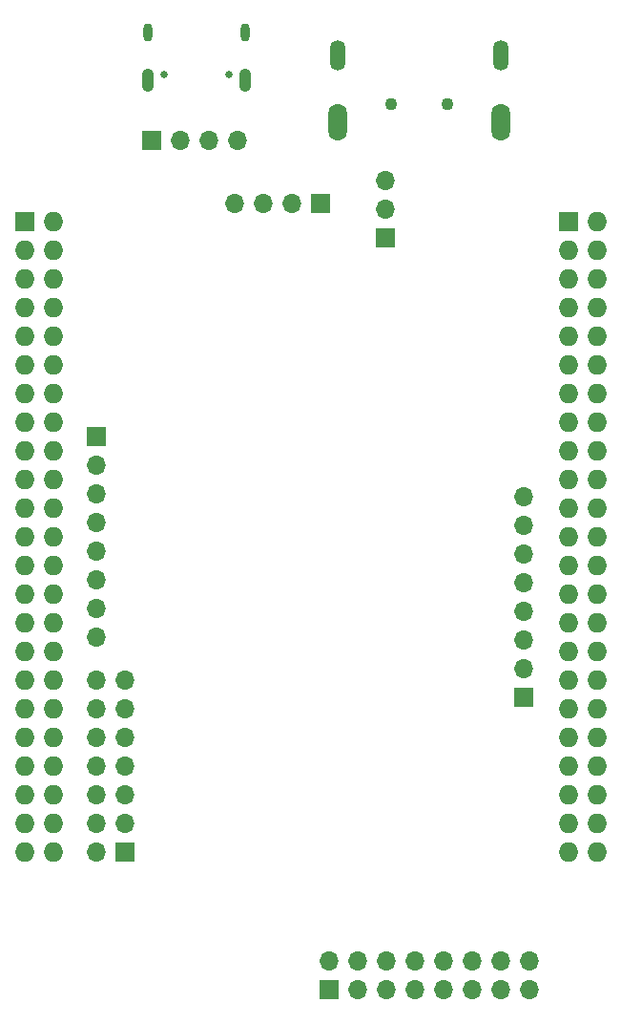
<source format=gbr>
%TF.GenerationSoftware,KiCad,Pcbnew,(5.1.10)-1*%
%TF.CreationDate,2021-10-29T17:34:37+08:00*%
%TF.ProjectId,project,70726f6a-6563-4742-9e6b-696361645f70,rev?*%
%TF.SameCoordinates,Original*%
%TF.FileFunction,Soldermask,Bot*%
%TF.FilePolarity,Negative*%
%FSLAX46Y46*%
G04 Gerber Fmt 4.6, Leading zero omitted, Abs format (unit mm)*
G04 Created by KiCad (PCBNEW (5.1.10)-1) date 2021-10-29 17:34:37*
%MOMM*%
%LPD*%
G01*
G04 APERTURE LIST*
%ADD10O,1.727200X1.727200*%
%ADD11R,1.727200X1.727200*%
%ADD12O,1.700000X1.700000*%
%ADD13R,1.700000X1.700000*%
%ADD14O,1.050000X2.100000*%
%ADD15O,0.800000X1.600000*%
%ADD16C,0.650000*%
%ADD17C,1.100000*%
%ADD18O,1.350000X2.700000*%
%ADD19O,1.650000X3.300000*%
G04 APERTURE END LIST*
D10*
%TO.C,P2*%
X167170000Y-118262400D03*
X164630000Y-118262400D03*
X167170000Y-115722400D03*
X164630000Y-115722400D03*
X167170000Y-113182400D03*
X164630000Y-113182400D03*
X167170000Y-110642400D03*
X164630000Y-110642400D03*
X167170000Y-108102400D03*
X164630000Y-108102400D03*
X167170000Y-105562400D03*
X164630000Y-105562400D03*
X167170000Y-103022400D03*
X164630000Y-103022400D03*
X167170000Y-100482400D03*
X164630000Y-100482400D03*
X167170000Y-97942400D03*
X164630000Y-97942400D03*
X167170000Y-95402400D03*
X164630000Y-95402400D03*
X167170000Y-92862400D03*
X164630000Y-92862400D03*
X167170000Y-90322400D03*
X164630000Y-90322400D03*
X167170000Y-87782400D03*
X164630000Y-87782400D03*
X167170000Y-85242400D03*
X164630000Y-85242400D03*
X167170000Y-82702400D03*
X164630000Y-82702400D03*
X167170000Y-80162400D03*
X164630000Y-80162400D03*
X167170000Y-77622400D03*
X164630000Y-77622400D03*
X167170000Y-75082400D03*
X164630000Y-75082400D03*
X167170000Y-72542400D03*
X164630000Y-72542400D03*
X167170000Y-70002400D03*
X164630000Y-70002400D03*
X167170000Y-67462400D03*
X164630000Y-67462400D03*
X167170000Y-64922400D03*
X164630000Y-64922400D03*
X167170000Y-62382400D03*
D11*
X164630000Y-62382400D03*
%TD*%
D12*
%TO.C,J3*%
X161201000Y-127914000D03*
X161201000Y-130454000D03*
X158661000Y-127914000D03*
X158661000Y-130454000D03*
X156121000Y-127914000D03*
X156121000Y-130454000D03*
X153581000Y-127914000D03*
X153581000Y-130454000D03*
X151041000Y-127914000D03*
X151041000Y-130454000D03*
X148501000Y-127914000D03*
X148501000Y-130454000D03*
X145961000Y-127914000D03*
X145961000Y-130454000D03*
X143421000Y-127914000D03*
D13*
X143421000Y-130454000D03*
%TD*%
D12*
%TO.C,J6*%
X122720000Y-99212400D03*
X122720000Y-96672400D03*
X122720000Y-94132400D03*
X122720000Y-91592400D03*
X122720000Y-89052400D03*
X122720000Y-86512400D03*
X122720000Y-83972400D03*
D13*
X122720000Y-81432400D03*
%TD*%
D12*
%TO.C,J8*%
X135293000Y-55143400D03*
X132753000Y-55143400D03*
X130213000Y-55143400D03*
D13*
X127673000Y-55143400D03*
%TD*%
D12*
%TO.C,J9*%
X160693000Y-86766000D03*
X160693000Y-89306000D03*
X160693000Y-91846000D03*
X160693000Y-94386000D03*
X160693000Y-96926000D03*
X160693000Y-99466000D03*
X160693000Y-102006000D03*
D13*
X160693000Y-104546000D03*
%TD*%
D12*
%TO.C,J2*%
X148374000Y-58699400D03*
X148374000Y-61239400D03*
D13*
X148374000Y-63779400D03*
%TD*%
D12*
%TO.C,J4*%
X122720000Y-102992000D03*
X125260000Y-102992000D03*
X122720000Y-105532000D03*
X125260000Y-105532000D03*
X122720000Y-108072000D03*
X125260000Y-108072000D03*
X122720000Y-110612000D03*
X125260000Y-110612000D03*
X122720000Y-113152000D03*
X125260000Y-113152000D03*
X122720000Y-115692000D03*
X125260000Y-115692000D03*
X122720000Y-118232000D03*
D13*
X125260000Y-118232000D03*
%TD*%
D12*
%TO.C,J5*%
X135039000Y-60731400D03*
X137579000Y-60731400D03*
X140119000Y-60731400D03*
D13*
X142659000Y-60731400D03*
%TD*%
D14*
%TO.C,J7*%
X127290000Y-49804400D03*
D15*
X127290000Y-45624400D03*
X135930000Y-45624400D03*
D14*
X135930000Y-49804400D03*
D16*
X128720000Y-49304400D03*
X134500000Y-49304400D03*
%TD*%
D17*
%TO.C,J1*%
X148922000Y-51891400D03*
X153922000Y-51891400D03*
D18*
X144172000Y-47581400D03*
X158672000Y-47581400D03*
D19*
X158672000Y-53541400D03*
X144172000Y-53541400D03*
%TD*%
D10*
%TO.C,P1*%
X118910000Y-118262400D03*
X116370000Y-118262400D03*
X118910000Y-115722400D03*
X116370000Y-115722400D03*
X118910000Y-113182400D03*
X116370000Y-113182400D03*
X118910000Y-110642400D03*
X116370000Y-110642400D03*
X118910000Y-108102400D03*
X116370000Y-108102400D03*
X118910000Y-105562400D03*
X116370000Y-105562400D03*
X118910000Y-103022400D03*
X116370000Y-103022400D03*
X118910000Y-100482400D03*
X116370000Y-100482400D03*
X118910000Y-97942400D03*
X116370000Y-97942400D03*
X118910000Y-95402400D03*
X116370000Y-95402400D03*
X118910000Y-92862400D03*
X116370000Y-92862400D03*
X118910000Y-90322400D03*
X116370000Y-90322400D03*
X118910000Y-87782400D03*
X116370000Y-87782400D03*
X118910000Y-85242400D03*
X116370000Y-85242400D03*
X118910000Y-82702400D03*
X116370000Y-82702400D03*
X118910000Y-80162400D03*
X116370000Y-80162400D03*
X118910000Y-77622400D03*
X116370000Y-77622400D03*
X118910000Y-75082400D03*
X116370000Y-75082400D03*
X118910000Y-72542400D03*
X116370000Y-72542400D03*
X118910000Y-70002400D03*
X116370000Y-70002400D03*
X118910000Y-67462400D03*
X116370000Y-67462400D03*
X118910000Y-64922400D03*
X116370000Y-64922400D03*
X118910000Y-62382400D03*
D11*
X116370000Y-62382400D03*
%TD*%
M02*

</source>
